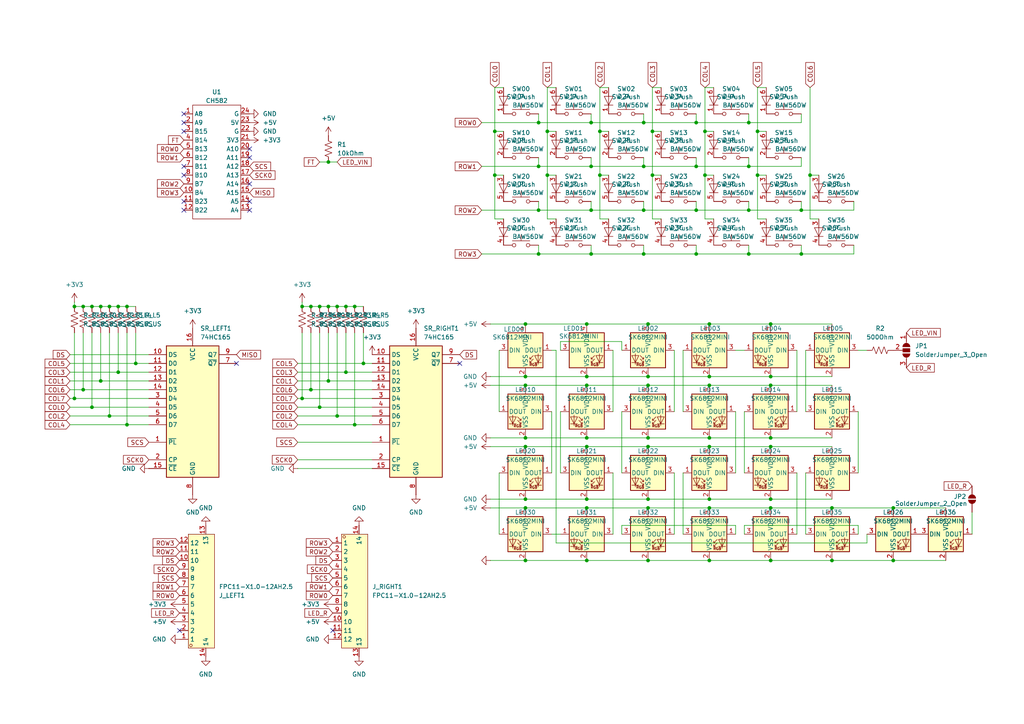
<source format=kicad_sch>
(kicad_sch (version 20231120) (generator "eeschema") (generator_version "8.0")
  (paper "A4")
  (junction (at 205.74 162.56))
  (junction (at 156.21 35.56))
  (junction (at 170.18 127))
  (junction (at 29.21 88.9))
  (junction (at 205.74 111.76))
  (junction (at 21.59 88.9))
  (junction (at 186.69 73.66))
  (junction (at 171.45 48.26))
  (junction (at 95.25 110.49))
  (junction (at 152.4 127))
  (junction (at 217.17 73.66))
  (junction (at 92.71 118.11))
  (junction (at 156.21 73.66))
  (junction (at 232.41 73.66))
  (junction (at 95.25 88.9))
  (junction (at 219.71 50.8))
  (junction (at 173.99 38.1))
  (junction (at 170.18 129.54))
  (junction (at 223.52 147.32))
  (junction (at 187.96 144.78))
  (junction (at 90.17 113.03))
  (junction (at 102.87 123.19))
  (junction (at 170.18 93.98))
  (junction (at 232.41 60.96))
  (junction (at 97.79 120.65))
  (junction (at 217.17 35.56))
  (junction (at 189.23 38.1))
  (junction (at 223.52 111.76))
  (junction (at 170.18 109.22))
  (junction (at 152.4 144.78))
  (junction (at 205.74 127))
  (junction (at 152.4 93.98))
  (junction (at 217.17 60.96))
  (junction (at 100.33 88.9))
  (junction (at 36.83 88.9))
  (junction (at 223.52 162.56))
  (junction (at 170.18 144.78))
  (junction (at 152.4 147.32))
  (junction (at 39.37 105.41))
  (junction (at 152.4 162.56))
  (junction (at 241.3 147.32))
  (junction (at 26.67 118.11))
  (junction (at 201.93 73.66))
  (junction (at 259.08 162.56))
  (junction (at 171.45 60.96))
  (junction (at 205.74 109.22))
  (junction (at 187.96 147.32))
  (junction (at 173.99 50.8))
  (junction (at 31.75 88.9))
  (junction (at 171.45 35.56))
  (junction (at 205.74 129.54))
  (junction (at 143.51 38.1))
  (junction (at 34.29 88.9))
  (junction (at 241.3 162.56))
  (junction (at 87.63 88.9))
  (junction (at 204.47 38.1))
  (junction (at 152.4 111.76))
  (junction (at 21.59 115.57))
  (junction (at 186.69 48.26))
  (junction (at 217.17 48.26))
  (junction (at 201.93 60.96))
  (junction (at 187.96 93.98))
  (junction (at 90.17 88.9))
  (junction (at 26.67 88.9))
  (junction (at 205.74 147.32))
  (junction (at 187.96 129.54))
  (junction (at 223.52 127))
  (junction (at 170.18 147.32))
  (junction (at 201.93 48.26))
  (junction (at 259.08 147.32))
  (junction (at 205.74 93.98))
  (junction (at 158.75 38.1))
  (junction (at 189.23 50.8))
  (junction (at 97.79 88.9))
  (junction (at 171.45 73.66))
  (junction (at 87.63 115.57))
  (junction (at 170.18 111.76))
  (junction (at 95.25 46.99))
  (junction (at 223.52 144.78))
  (junction (at 29.21 110.49))
  (junction (at 223.52 129.54))
  (junction (at 92.71 88.9))
  (junction (at 105.41 105.41))
  (junction (at 204.47 50.8))
  (junction (at 36.83 123.19))
  (junction (at 24.13 113.03))
  (junction (at 102.87 88.9))
  (junction (at 186.69 60.96))
  (junction (at 223.52 109.22))
  (junction (at 201.93 35.56))
  (junction (at 187.96 109.22))
  (junction (at 152.4 109.22))
  (junction (at 31.75 120.65))
  (junction (at 158.75 50.8))
  (junction (at 100.33 107.95))
  (junction (at 234.95 50.8))
  (junction (at 223.52 93.98))
  (junction (at 219.71 38.1))
  (junction (at 205.74 144.78))
  (junction (at 156.21 60.96))
  (junction (at 186.69 35.56))
  (junction (at 143.51 50.8))
  (junction (at 187.96 127))
  (junction (at 152.4 129.54))
  (junction (at 187.96 111.76))
  (junction (at 187.96 162.56))
  (junction (at 34.29 107.95))
  (junction (at 170.18 162.56))
  (junction (at 156.21 48.26))
  (junction (at 24.13 88.9))
  (no_connect (at 72.39 58.42))
  (no_connect (at 53.34 38.1))
  (no_connect (at 53.34 60.96))
  (no_connect (at 53.34 33.02))
  (no_connect (at 72.39 60.96))
  (no_connect (at 72.39 53.34))
  (no_connect (at 53.34 58.42))
  (no_connect (at 52.07 182.88))
  (no_connect (at 53.34 50.8))
  (no_connect (at 72.39 45.72))
  (no_connect (at 133.35 105.41))
  (no_connect (at 68.58 105.41))
  (no_connect (at 53.34 48.26))
  (no_connect (at 72.39 43.18))
  (no_connect (at 96.52 182.88))
  (no_connect (at 53.34 35.56))
  (wire (pts (xy 205.74 162.56) (xy 223.52 162.56)))
  (wire (pts (xy 217.17 71.12) (xy 217.17 73.66)))
  (wire (pts (xy 171.45 73.66) (xy 186.69 73.66)))
  (wire (pts (xy 248.92 154.94) (xy 248.92 152.4)))
  (wire (pts (xy 31.75 120.65) (xy 43.18 120.65)))
  (wire (pts (xy 231.14 101.6) (xy 231.14 119.38)))
  (wire (pts (xy 217.17 60.96) (xy 232.41 60.96)))
  (wire (pts (xy 162.56 119.38) (xy 162.56 137.16)))
  (wire (pts (xy 158.75 50.8) (xy 158.75 38.1)))
  (wire (pts (xy 20.32 102.87) (xy 43.18 102.87)))
  (wire (pts (xy 105.41 105.41) (xy 86.36 105.41)))
  (wire (pts (xy 144.78 137.16) (xy 144.78 154.94)))
  (wire (pts (xy 201.93 58.42) (xy 201.93 60.96)))
  (wire (pts (xy 107.95 118.11) (xy 92.71 118.11)))
  (wire (pts (xy 152.4 147.32) (xy 170.18 147.32)))
  (wire (pts (xy 139.7 48.26) (xy 156.21 48.26)))
  (wire (pts (xy 21.59 88.9) (xy 21.59 87.63)))
  (wire (pts (xy 204.47 50.8) (xy 204.47 63.5)))
  (wire (pts (xy 100.33 96.52) (xy 100.33 107.95)))
  (wire (pts (xy 180.34 99.06) (xy 180.34 101.6)))
  (wire (pts (xy 171.45 33.02) (xy 171.45 35.56)))
  (wire (pts (xy 187.96 144.78) (xy 205.74 144.78)))
  (wire (pts (xy 146.05 50.8) (xy 143.51 50.8)))
  (wire (pts (xy 205.74 147.32) (xy 223.52 147.32)))
  (wire (pts (xy 173.99 38.1) (xy 173.99 25.4)))
  (wire (pts (xy 158.75 25.4) (xy 161.29 25.4)))
  (wire (pts (xy 152.4 129.54) (xy 170.18 129.54)))
  (wire (pts (xy 186.69 58.42) (xy 186.69 60.96)))
  (wire (pts (xy 21.59 96.52) (xy 21.59 115.57)))
  (wire (pts (xy 223.52 93.98) (xy 241.3 93.98)))
  (wire (pts (xy 160.02 119.38) (xy 160.02 137.16)))
  (wire (pts (xy 90.17 113.03) (xy 86.36 113.03)))
  (wire (pts (xy 281.94 148.59) (xy 281.94 154.94)))
  (wire (pts (xy 222.25 38.1) (xy 219.71 38.1)))
  (wire (pts (xy 205.74 111.76) (xy 223.52 111.76)))
  (wire (pts (xy 171.45 45.72) (xy 171.45 48.26)))
  (wire (pts (xy 97.79 88.9) (xy 95.25 88.9)))
  (wire (pts (xy 152.4 162.56) (xy 170.18 162.56)))
  (wire (pts (xy 198.12 101.6) (xy 198.12 119.38)))
  (wire (pts (xy 87.63 88.9) (xy 87.63 87.63)))
  (wire (pts (xy 177.8 137.16) (xy 177.8 154.94)))
  (wire (pts (xy 201.93 73.66) (xy 217.17 73.66)))
  (wire (pts (xy 143.51 50.8) (xy 143.51 38.1)))
  (wire (pts (xy 189.23 50.8) (xy 189.23 38.1)))
  (wire (pts (xy 107.95 110.49) (xy 95.25 110.49)))
  (wire (pts (xy 186.69 71.12) (xy 186.69 73.66)))
  (wire (pts (xy 191.77 63.5) (xy 189.23 63.5)))
  (wire (pts (xy 39.37 105.41) (xy 43.18 105.41)))
  (wire (pts (xy 186.69 33.02) (xy 186.69 35.56)))
  (wire (pts (xy 191.77 50.8) (xy 189.23 50.8)))
  (wire (pts (xy 222.25 50.8) (xy 219.71 50.8)))
  (wire (pts (xy 20.32 120.65) (xy 31.75 120.65)))
  (wire (pts (xy 36.83 123.19) (xy 43.18 123.19)))
  (wire (pts (xy 170.18 129.54) (xy 187.96 129.54)))
  (wire (pts (xy 107.95 105.41) (xy 105.41 105.41)))
  (wire (pts (xy 92.71 118.11) (xy 86.36 118.11)))
  (wire (pts (xy 222.25 63.5) (xy 219.71 63.5)))
  (wire (pts (xy 232.41 73.66) (xy 247.65 73.66)))
  (wire (pts (xy 158.75 50.8) (xy 158.75 63.5)))
  (wire (pts (xy 142.24 147.32) (xy 152.4 147.32)))
  (wire (pts (xy 189.23 50.8) (xy 189.23 63.5)))
  (wire (pts (xy 187.96 111.76) (xy 205.74 111.76)))
  (wire (pts (xy 171.45 35.56) (xy 186.69 35.56)))
  (wire (pts (xy 232.41 48.26) (xy 217.17 48.26)))
  (wire (pts (xy 187.96 129.54) (xy 205.74 129.54)))
  (wire (pts (xy 215.9 152.4) (xy 215.9 154.94)))
  (wire (pts (xy 213.36 101.6) (xy 215.9 101.6)))
  (wire (pts (xy 29.21 96.52) (xy 29.21 110.49)))
  (wire (pts (xy 102.87 88.9) (xy 105.41 88.9)))
  (wire (pts (xy 107.95 135.89) (xy 86.36 135.89)))
  (wire (pts (xy 195.58 101.6) (xy 195.58 119.38)))
  (wire (pts (xy 219.71 38.1) (xy 219.71 25.4)))
  (wire (pts (xy 170.18 127) (xy 187.96 127)))
  (wire (pts (xy 233.68 137.16) (xy 233.68 154.94)))
  (wire (pts (xy 241.3 147.32) (xy 259.08 147.32)))
  (wire (pts (xy 34.29 107.95) (xy 43.18 107.95)))
  (wire (pts (xy 215.9 119.38) (xy 215.9 137.16)))
  (wire (pts (xy 170.18 147.32) (xy 187.96 147.32)))
  (wire (pts (xy 198.12 137.16) (xy 198.12 154.94)))
  (wire (pts (xy 20.32 115.57) (xy 21.59 115.57)))
  (wire (pts (xy 156.21 33.02) (xy 156.21 35.56)))
  (wire (pts (xy 102.87 88.9) (xy 100.33 88.9)))
  (wire (pts (xy 232.41 33.02) (xy 232.41 35.56)))
  (wire (pts (xy 205.74 93.98) (xy 223.52 93.98)))
  (wire (pts (xy 213.36 154.94) (xy 213.36 152.4)))
  (wire (pts (xy 223.52 144.78) (xy 241.3 144.78)))
  (wire (pts (xy 248.92 152.4) (xy 215.9 152.4)))
  (wire (pts (xy 201.93 48.26) (xy 186.69 48.26)))
  (wire (pts (xy 161.29 38.1) (xy 158.75 38.1)))
  (wire (pts (xy 26.67 96.52) (xy 26.67 118.11)))
  (wire (pts (xy 156.21 60.96) (xy 171.45 60.96)))
  (wire (pts (xy 173.99 50.8) (xy 173.99 63.5)))
  (wire (pts (xy 217.17 33.02) (xy 217.17 35.56)))
  (wire (pts (xy 156.21 58.42) (xy 156.21 60.96)))
  (wire (pts (xy 20.32 118.11) (xy 26.67 118.11)))
  (wire (pts (xy 142.24 162.56) (xy 152.4 162.56)))
  (wire (pts (xy 95.25 96.52) (xy 95.25 110.49)))
  (wire (pts (xy 97.79 120.65) (xy 86.36 120.65)))
  (wire (pts (xy 20.32 123.19) (xy 36.83 123.19)))
  (wire (pts (xy 204.47 50.8) (xy 204.47 38.1)))
  (wire (pts (xy 207.01 38.1) (xy 204.47 38.1)))
  (wire (pts (xy 95.25 110.49) (xy 86.36 110.49)))
  (wire (pts (xy 217.17 35.56) (xy 232.41 35.56)))
  (wire (pts (xy 87.63 96.52) (xy 87.63 115.57)))
  (wire (pts (xy 187.96 109.22) (xy 205.74 109.22)))
  (wire (pts (xy 180.34 152.4) (xy 180.34 154.94)))
  (wire (pts (xy 191.77 38.1) (xy 189.23 38.1)))
  (wire (pts (xy 90.17 88.9) (xy 87.63 88.9)))
  (wire (pts (xy 20.32 113.03) (xy 24.13 113.03)))
  (wire (pts (xy 92.71 88.9) (xy 90.17 88.9)))
  (wire (pts (xy 142.24 93.98) (xy 152.4 93.98)))
  (wire (pts (xy 201.93 35.56) (xy 217.17 35.56)))
  (wire (pts (xy 24.13 88.9) (xy 21.59 88.9)))
  (wire (pts (xy 152.4 111.76) (xy 170.18 111.76)))
  (wire (pts (xy 217.17 48.26) (xy 201.93 48.26)))
  (wire (pts (xy 34.29 96.52) (xy 34.29 107.95)))
  (wire (pts (xy 213.36 152.4) (xy 180.34 152.4)))
  (wire (pts (xy 205.74 129.54) (xy 223.52 129.54)))
  (wire (pts (xy 95.25 88.9) (xy 92.71 88.9)))
  (wire (pts (xy 156.21 48.26) (xy 156.21 45.72)))
  (wire (pts (xy 223.52 109.22) (xy 241.3 109.22)))
  (wire (pts (xy 186.69 35.56) (xy 201.93 35.56)))
  (wire (pts (xy 107.95 115.57) (xy 87.63 115.57)))
  (wire (pts (xy 247.65 71.12) (xy 247.65 73.66)))
  (wire (pts (xy 171.45 71.12) (xy 171.45 73.66)))
  (wire (pts (xy 161.29 50.8) (xy 158.75 50.8)))
  (wire (pts (xy 170.18 109.22) (xy 187.96 109.22)))
  (wire (pts (xy 156.21 73.66) (xy 171.45 73.66)))
  (wire (pts (xy 223.52 129.54) (xy 241.3 129.54)))
  (wire (pts (xy 204.47 25.4) (xy 207.01 25.4)))
  (wire (pts (xy 217.17 58.42) (xy 217.17 60.96)))
  (wire (pts (xy 107.95 113.03) (xy 90.17 113.03)))
  (wire (pts (xy 152.4 109.22) (xy 170.18 109.22)))
  (wire (pts (xy 95.25 46.99) (xy 97.79 46.99)))
  (wire (pts (xy 161.29 63.5) (xy 158.75 63.5)))
  (wire (pts (xy 171.45 60.96) (xy 186.69 60.96)))
  (wire (pts (xy 205.74 109.22) (xy 223.52 109.22)))
  (wire (pts (xy 247.65 58.42) (xy 247.65 60.96)))
  (wire (pts (xy 92.71 96.52) (xy 92.71 118.11)))
  (wire (pts (xy 36.83 96.52) (xy 36.83 123.19)))
  (wire (pts (xy 105.41 96.52) (xy 105.41 105.41)))
  (wire (pts (xy 207.01 63.5) (xy 204.47 63.5)))
  (wire (pts (xy 87.63 115.57) (xy 86.36 115.57)))
  (wire (pts (xy 204.47 38.1) (xy 204.47 25.4)))
  (wire (pts (xy 158.75 38.1) (xy 158.75 25.4)))
  (wire (pts (xy 146.05 38.1) (xy 143.51 38.1)))
  (wire (pts (xy 237.49 63.5) (xy 234.95 63.5)))
  (wire (pts (xy 201.93 71.12) (xy 201.93 73.66)))
  (wire (pts (xy 171.45 58.42) (xy 171.45 60.96)))
  (wire (pts (xy 170.18 144.78) (xy 187.96 144.78)))
  (wire (pts (xy 248.92 119.38) (xy 248.92 137.16)))
  (wire (pts (xy 176.53 38.1) (xy 173.99 38.1)))
  (wire (pts (xy 180.34 99.06) (xy 162.56 99.06)))
  (wire (pts (xy 187.96 127) (xy 205.74 127)))
  (wire (pts (xy 201.93 60.96) (xy 217.17 60.96)))
  (wire (pts (xy 107.95 120.65) (xy 97.79 120.65)))
  (wire (pts (xy 102.87 123.19) (xy 86.36 123.19)))
  (wire (pts (xy 223.52 127) (xy 241.3 127)))
  (wire (pts (xy 237.49 50.8) (xy 234.95 50.8)))
  (wire (pts (xy 146.05 63.5) (xy 143.51 63.5)))
  (wire (pts (xy 26.67 118.11) (xy 43.18 118.11)))
  (wire (pts (xy 100.33 88.9) (xy 97.79 88.9)))
  (wire (pts (xy 139.7 35.56) (xy 156.21 35.56)))
  (wire (pts (xy 156.21 71.12) (xy 156.21 73.66)))
  (wire (pts (xy 142.24 111.76) (xy 152.4 111.76)))
  (wire (pts (xy 234.95 50.8) (xy 234.95 63.5)))
  (wire (pts (xy 156.21 48.26) (xy 171.45 48.26)))
  (wire (pts (xy 152.4 93.98) (xy 170.18 93.98)))
  (wire (pts (xy 231.14 137.16) (xy 231.14 154.94)))
  (wire (pts (xy 170.18 111.76) (xy 187.96 111.76)))
  (wire (pts (xy 20.32 107.95) (xy 34.29 107.95)))
  (wire (pts (xy 31.75 96.52) (xy 31.75 120.65)))
  (wire (pts (xy 162.56 99.06) (xy 162.56 101.6)))
  (wire (pts (xy 39.37 96.52) (xy 39.37 105.41)))
  (wire (pts (xy 232.41 58.42) (xy 232.41 60.96)))
  (wire (pts (xy 173.99 25.4) (xy 176.53 25.4)))
  (wire (pts (xy 232.41 48.26) (xy 232.41 45.72)))
  (wire (pts (xy 223.52 162.56) (xy 241.3 162.56)))
  (wire (pts (xy 142.24 127) (xy 152.4 127)))
  (wire (pts (xy 233.68 101.6) (xy 233.68 119.38)))
  (wire (pts (xy 186.69 48.26) (xy 171.45 48.26)))
  (wire (pts (xy 170.18 93.98) (xy 187.96 93.98)))
  (wire (pts (xy 177.8 101.6) (xy 177.8 119.38)))
  (wire (pts (xy 219.71 50.8) (xy 219.71 38.1)))
  (wire (pts (xy 107.95 123.19) (xy 102.87 123.19)))
  (wire (pts (xy 139.7 73.66) (xy 156.21 73.66)))
  (wire (pts (xy 142.24 144.78) (xy 152.4 144.78)))
  (wire (pts (xy 143.51 50.8) (xy 143.51 63.5)))
  (wire (pts (xy 24.13 96.52) (xy 24.13 113.03)))
  (wire (pts (xy 232.41 71.12) (xy 232.41 73.66)))
  (wire (pts (xy 241.3 162.56) (xy 259.08 162.56)))
  (wire (pts (xy 29.21 110.49) (xy 43.18 110.49)))
  (wire (pts (xy 161.29 101.6) (xy 161.29 157.48)))
  (wire (pts (xy 143.51 38.1) (xy 143.51 25.4)))
  (wire (pts (xy 248.92 101.6) (xy 251.46 101.6)))
  (wire (pts (xy 102.87 96.52) (xy 102.87 123.19)))
  (wire (pts (xy 142.24 109.22) (xy 152.4 109.22)))
  (wire (pts (xy 26.67 88.9) (xy 24.13 88.9)))
  (wire (pts (xy 152.4 144.78) (xy 170.18 144.78)))
  (wire (pts (xy 223.52 111.76) (xy 241.3 111.76)))
  (wire (pts (xy 219.71 25.4) (xy 222.25 25.4)))
  (wire (pts (xy 97.79 96.52) (xy 97.79 120.65)))
  (wire (pts (xy 186.69 73.66) (xy 201.93 73.66)))
  (wire (pts (xy 189.23 25.4) (xy 191.77 25.4)))
  (wire (pts (xy 234.95 50.8) (xy 234.95 25.4)))
  (wire (pts (xy 156.21 35.56) (xy 171.45 35.56)))
  (wire (pts (xy 144.78 101.6) (xy 144.78 119.38)))
  (wire (pts (xy 201.93 48.26) (xy 201.93 45.72)))
  (wire (pts (xy 251.46 154.94) (xy 251.46 157.48)))
  (wire (pts (xy 205.74 144.78) (xy 223.52 144.78)))
  (wire (pts (xy 259.08 147.32) (xy 274.32 147.32)))
  (wire (pts (xy 21.59 115.57) (xy 43.18 115.57)))
  (wire (pts (xy 186.69 60.96) (xy 201.93 60.96)))
  (wire (pts (xy 36.83 88.9) (xy 34.29 88.9)))
  (wire (pts (xy 189.23 38.1) (xy 189.23 25.4)))
  (wire (pts (xy 195.58 137.16) (xy 195.58 154.94)))
  (wire (pts (xy 173.99 50.8) (xy 173.99 38.1)))
  (wire (pts (xy 180.34 119.38) (xy 180.34 137.16)))
  (wire (pts (xy 213.36 119.38) (xy 213.36 137.16)))
  (wire (pts (xy 34.29 88.9) (xy 31.75 88.9)))
  (wire (pts (xy 176.53 63.5) (xy 173.99 63.5)))
  (wire (pts (xy 20.32 110.49) (xy 29.21 110.49)))
  (wire (pts (xy 143.51 25.4) (xy 146.05 25.4)))
  (wire (pts (xy 160.02 101.6) (xy 161.29 101.6)))
  (wire (pts (xy 90.17 96.52) (xy 90.17 113.03)))
  (wire (pts (xy 207.01 50.8) (xy 204.47 50.8)))
  (wire (pts (xy 29.21 88.9) (xy 26.67 88.9)))
  (wire (pts (xy 170.18 162.56) (xy 187.96 162.56)))
  (wire (pts (xy 176.53 50.8) (xy 173.99 50.8)))
  (wire (pts (xy 107.95 133.35) (xy 86.36 133.35)))
  (wire (pts (xy 24.13 113.03) (xy 43.18 113.03)))
  (wire (pts (xy 142.24 129.54) (xy 152.4 129.54)))
  (wire (pts (xy 160.02 154.94) (xy 162.56 154.94)))
  (wire (pts (xy 20.32 105.41) (xy 39.37 105.41)))
  (wire (pts (xy 187.96 147.32) (xy 205.74 147.32)))
  (wire (pts (xy 152.4 127) (xy 170.18 127)))
  (wire (pts (xy 139.7 60.96) (xy 156.21 60.96)))
  (wire (pts (xy 217.17 73.66) (xy 232.41 73.66)))
  (wire (pts (xy 187.96 93.98) (xy 205.74 93.98)))
  (wire (pts (xy 92.71 46.99) (xy 95.25 46.99)))
  (wire (pts (xy 219.71 50.8) (xy 219.71 63.5)))
  (wire (pts (xy 205.74 127) (xy 223.52 127)))
  (wire (pts (xy 31.75 88.9) (xy 29.21 88.9)))
  (wire (pts (xy 186.69 48.26) (xy 186.69 45.72)))
  (wire (pts (xy 259.08 162.56) (xy 274.32 162.56)))
  (wire (pts (xy 232.41 60.96) (xy 247.65 60.96)))
  (wire (pts (xy 223.52 147.32) (xy 241.3 147.32)))
  (wire (pts (xy 39.37 88.9) (xy 36.83 88.9)))
  (wire (pts (xy 187.96 162.56) (xy 205.74 162.56)))
  (wire (pts (xy 161.29 157.48) (xy 251.46 157.48)))
  (wire (pts (xy 107.95 128.27) (xy 86.36 128.27)))
  (wire (pts (xy 217.17 48.26) (xy 217.17 45.72)))
  (wire (pts (xy 201.93 33.02) (xy 201.93 35.56)))
  (wire (pts (xy 107.95 107.95) (xy 100.33 107.95)))
  (wire (pts (xy 100.33 107.95) (xy 86.36 107.95)))
  (global_label "SCK0" (shape input) (at 86.36 133.35 180) (property "Intersheetrefs" "${INTERSHEET_REFS}" (effects (hide yes))))
  (global_label "LED_R" (shape input) (at 262.89 106.68 0) (property "Intersheetrefs" "${INTERSHEET_REFS}" (effects (hide yes))))
  (global_label "COL3" (shape input) (at 86.36 107.95 180) (property "Intersheetrefs" "${INTERSHEET_REFS}" (effects (hide yes))))
  (global_label "ROW1" (shape input) (at 139.7 48.26 180) (property "Intersheetrefs" "${INTERSHEET_REFS}" (effects (hide yes))))
  (global_label "COL1" (shape input) (at 86.36 110.49 180) (property "Intersheetrefs" "${INTERSHEET_REFS}" (effects (hide yes))))
  (global_label "ROW1" (shape input) (at 52.07 170.18 180) (property "Intersheetrefs" "${INTERSHEET_REFS}" (effects (hide yes))))
  (global_label "FT" (shape input) (at 53.34 40.64 180) (property "Intersheetrefs" "${INTERSHEET_REFS}" (effects (hide yes))))
  (global_label "ROW2" (shape input) (at 96.52 160.02 180) (property "Intersheetrefs" "${INTERSHEET_REFS}" (effects (hide yes))))
  (global_label "COL7" (shape input) (at 20.32 115.57 180) (property "Intersheetrefs" "${INTERSHEET_REFS}" (effects (hide yes))))
  (global_label "ROW3" (shape input) (at 96.52 157.48 180) (property "Intersheetrefs" "${INTERSHEET_REFS}" (effects (hide yes))))
  (global_label "COL3" (shape input) (at 189.23 25.4 90) (property "Intersheetrefs" "${INTERSHEET_REFS}" (effects (hide yes))))
  (global_label "COL7" (shape input) (at 86.36 115.57 180) (property "Intersheetrefs" "${INTERSHEET_REFS}" (effects (hide yes))))
  (global_label "COL4" (shape input) (at 86.36 123.19 180) (property "Intersheetrefs" "${INTERSHEET_REFS}" (effects (hide yes))))
  (global_label "ROW0" (shape input) (at 53.34 43.18 180) (property "Intersheetrefs" "${INTERSHEET_REFS}" (effects (hide yes))))
  (global_label "ROW2" (shape input) (at 52.07 160.02 180) (property "Intersheetrefs" "${INTERSHEET_REFS}" (effects (hide yes))))
  (global_label "SCK0" (shape input) (at 96.52 165.1 180) (property "Intersheetrefs" "${INTERSHEET_REFS}" (effects (hide yes))))
  (global_label "COL1" (shape input) (at 20.32 110.49 180) (property "Intersheetrefs" "${INTERSHEET_REFS}" (effects (hide yes))))
  (global_label "COL6" (shape input) (at 20.32 113.03 180) (property "Intersheetrefs" "${INTERSHEET_REFS}" (effects (hide yes))))
  (global_label "COL5" (shape input) (at 20.32 105.41 180) (property "Intersheetrefs" "${INTERSHEET_REFS}" (effects (hide yes))))
  (global_label "COL0" (shape input) (at 86.36 118.11 180) (property "Intersheetrefs" "${INTERSHEET_REFS}" (effects (hide yes))))
  (global_label "SCK0" (shape input) (at 52.07 165.1 180) (property "Intersheetrefs" "${INTERSHEET_REFS}" (effects (hide yes))))
  (global_label "ROW2" (shape input) (at 139.7 60.96 180) (property "Intersheetrefs" "${INTERSHEET_REFS}" (effects (hide yes))))
  (global_label "DS" (shape input) (at 133.35 102.87 0) (property "Intersheetrefs" "${INTERSHEET_REFS}" (effects (hide yes))))
  (global_label "COL4" (shape input) (at 204.47 25.4 90) (property "Intersheetrefs" "${INTERSHEET_REFS}" (effects (hide yes))))
  (global_label "ROW3" (shape input) (at 139.7 73.66 180) (property "Intersheetrefs" "${INTERSHEET_REFS}" (effects (hide yes))))
  (global_label "SCK0" (shape input) (at 72.39 50.8 0) (property "Intersheetrefs" "${INTERSHEET_REFS}" (effects (hide yes))))
  (global_label "DS" (shape input) (at 52.07 162.56 180) (property "Intersheetrefs" "${INTERSHEET_REFS}" (effects (hide yes))))
  (global_label "COL1" (shape input) (at 158.75 25.4 90) (property "Intersheetrefs" "${INTERSHEET_REFS}" (effects (hide yes))))
  (global_label "LED_R" (shape input) (at 52.07 177.8 180) (property "Intersheetrefs" "${INTERSHEET_REFS}" (effects (hide yes))))
  (global_label "ROW0" (shape input) (at 52.07 172.72 180) (property "Intersheetrefs" "${INTERSHEET_REFS}" (effects (hide yes))))
  (global_label "MISO" (shape input) (at 72.39 55.88 0) (property "Intersheetrefs" "${INTERSHEET_REFS}" (effects (hide yes))))
  (global_label "COL2" (shape input) (at 20.32 120.65 180) (property "Intersheetrefs" "${INTERSHEET_REFS}" (effects (hide yes))))
  (global_label "SCS" (shape input) (at 96.52 167.64 180) (property "Intersheetrefs" "${INTERSHEET_REFS}" (effects (hide yes))))
  (global_label "LED_R" (shape input) (at 96.52 177.8 180) (property "Intersheetrefs" "${INTERSHEET_REFS}" (effects (hide yes))))
  (global_label "ROW2" (shape input) (at 53.34 53.34 180) (property "Intersheetrefs" "${INTERSHEET_REFS}" (effects (hide yes))))
  (global_label "COL2" (shape input) (at 173.99 25.4 90) (property "Intersheetrefs" "${INTERSHEET_REFS}" (effects (hide yes))))
  (global_label "COL6" (shape input) (at 86.36 113.03 180) (property "Intersheetrefs" "${INTERSHEET_REFS}" (effects (hide yes))))
  (global_label "COL0" (shape input) (at 20.32 118.11 180) (property "Intersheetrefs" "${INTERSHEET_REFS}" (effects (hide yes))))
  (global_label "LED_VIN" (shape input) (at 262.89 96.52 0) (property "Intersheetrefs" "${INTERSHEET_REFS}" (effects (hide yes))))
  (global_label "ROW3" (shape input) (at 52.07 157.48 180) (property "Intersheetrefs" "${INTERSHEET_REFS}" (effects (hide yes))))
  (global_label "COL0" (shape input) (at 143.51 25.4 90) (property "Intersheetrefs" "${INTERSHEET_REFS}" (effects (hide yes))))
  (global_label "COL4" (shape input) (at 20.32 123.19 180) (property "Intersheetrefs" "${INTERSHEET_REFS}" (effects (hide yes))))
  (global_label "COL2" (shape input) (at 86.36 120.65 180) (property "Intersheetrefs" "${INTERSHEET_REFS}" (effects (hide yes))))
  (global_label "ROW0" (shape input) (at 139.7 35.56 180) (property "Intersheetrefs" "${INTERSHEET_REFS}" (effects (hide yes))))
  (global_label "ROW3" (shape input) (at 53.34 55.88 180) (property "Intersheetrefs" "${INTERSHEET_REFS}" (effects (hide yes))))
  (global_label "COL5" (shape input) (at 219.71 25.4 90) (property "Intersheetrefs" "${INTERSHEET_REFS}" (effects (hide yes))))
  (global_label "ROW1" (shape input) (at 96.52 170.18 180) (property "Intersheetrefs" "${INTERSHEET_REFS}" (effects (hide yes))))
  (global_label "COL3" (shape input) (at 20.32 107.95 180) (property "Intersheetrefs" "${INTERSHEET_REFS}" (effects (hide yes))))
  (global_label "ROW1" (shape input) (at 53.34 45.72 180) (property "Intersheetrefs" "${INTERSHEET_REFS}" (effects (hide yes))))
  (global_label "FT" (shape input) (at 92.71 46.99 180) (property "Intersheetrefs" "${INTERSHEET_REFS}" (effects (hide yes))))
  (global_label "LED_VIN" (shape input) (at 97.79 46.99 0) (property "Intersheetrefs" "${INTERSHEET_REFS}" (effects (hide yes))))
  (global_label "DS" (shape input) (at 20.32 102.87 180) (property "Intersheetrefs" "${INTERSHEET_REFS}" (effects (hide yes))))
  (global_label "DS" (shape input) (at 96.52 162.56 180) (property "Intersheetrefs" "${INTERSHEET_REFS}" (effects (hide yes))))
  (global_label "SCK0" (shape input) (at 43.18 133.35 180) (property "Intersheetrefs" "${INTERSHEET_REFS}" (effects (hide yes))))
  (global_label "SCS" (shape input) (at 72.39 48.26 0) (property "Intersheetrefs" "${INTERSHEET_REFS}" (effects (hide yes))))
  (global_label "SCS" (shape input) (at 43.18 128.27 180) (property "Intersheetrefs" "${INTERSHEET_REFS}" (effects (hide yes))))
  (global_label "COL5" (shape input) (at 86.36 105.41 180) (property "Intersheetrefs" "${INTERSHEET_REFS}" (effects (hide yes))))
  (global_label "SCS" (shape input) (at 52.07 167.64 180) (property "Intersheetrefs" "${INTERSHEET_REFS}" (effects (hide yes))))
  (global_label "LED_R" (shape input) (at 281.94 140.97 180) (property "Intersheetrefs" "${INTERSHEET_REFS}" (effects (hide yes))))
  (global_label "COL6" (shape input) (at 234.95 25.4 90) (property "Intersheetrefs" "${INTERSHEET_REFS}" (effects (hide yes))))
  (global_label "MISO" (shape input) (at 68.58 102.87 0) (property "Intersheetrefs" "${INTERSHEET_REFS}" (effects (hide yes))))
  (global_label "SCS" (shape input) (at 86.36 128.27 180) (property "Intersheetrefs" "${INTERSHEET_REFS}" (effects (hide yes))))
  (global_label "ROW0" (shape input) (at 96.52 172.72 180) (property "Intersheetrefs" "${INTERSHEET_REFS}" (effects (hide yes))))
  (symbol (lib_id "LED:SK6812MINI") (at 223.52 154.94 0) (unit 1)
    (property "Reference" "LED34" (at 223.52 148.59 0))
    (property "Value" "SK6812MINI" (at 223.52 151.13 0))
    (property "Footprint" "reversible_kbd:LED_SK6812MINI_E_REVERSIBLE" (effects (hide yes)))
    (property "Datasheet" "https://cdn-shop.adafruit.com/product-files/2686/SK6812MINI_REV.01-1-2.pdf" (effects (hide yes)))
    (property "Description" "RGB LED with integrated controller" (effects (hide yes)))
  )
  (symbol (lib_id "power:+3V3") (at 55.88 95.25 0) (unit 1)
    (property "Reference" "#PWR06" (effects (hide yes)))
    (property "Value" "+3V3" (at 55.88 90.17 0))
    (property "Description" "Power symbol creates a global label with name \"+3V3\"" (effects (hide yes)))
  )
  (symbol (lib_id "LED:SK6812MINI") (at 187.96 137.16 0) (mirror y) (unit 1)
    (property "Reference" "LED22" (at 187.96 130.81 0))
    (property "Value" "SK6812MINI" (at 187.96 133.35 0))
    (property "Footprint" "reversible_kbd:LED_SK6812MINI_E_REVERSIBLE" (effects (hide yes)))
    (property "Datasheet" "https://cdn-shop.adafruit.com/product-files/2686/SK6812MINI_REV.01-1-2.pdf" (effects (hide yes)))
    (property "Description" "RGB LED with integrated controller" (effects (hide yes)))
  )
  (symbol (lib_id "Diode:BAW56DW") (at 161.29 41.91 90) (unit 2)
    (property "Reference" "D1" (at 163.83 40.678 90) (effects (justify right)))
    (property "Value" "BAW56DW" (at 163.83 43.218 90) (effects (justify right)))
    (property "Footprint" "reversible_kbd:BAW70DW_reversible" (effects (hide yes)))
    (property "Datasheet" "http://www.diodes.com/datasheets/ds30146.pdf" (effects (hide yes)))
    (property "Description" "Switching diode array 2 pair Com A" (effects (hide yes)))
  )
  (symbol (lib_id "power:+3V3") (at 21.59 87.63 0) (unit 1)
    (property "Reference" "#PWR04" (effects (hide yes)))
    (property "Value" "+3V3" (at 21.59 82.55 0))
    (property "Description" "Power symbol creates a global label with name \"+3V3\"" (effects (hide yes)))
  )
  (symbol (lib_id "power:GND") (at 86.36 135.89 270) (unit 1)
    (property "Reference" "#PWR016" (effects (hide yes)))
    (property "Value" "GND" (at 82.55 135.8899 90) (effects (justify right)))
    (property "Description" "Power symbol creates a global label with name \"GND\" , ground" (effects (hide yes)))
  )
  (symbol (lib_id "Diode:BAW56DW") (at 176.53 67.31 90) (unit 3)
    (property "Reference" "D2" (at 179.07 66.078 90) (effects (justify right)))
    (property "Value" "BAW56DW" (at 179.07 68.618 90) (effects (justify right)))
    (property "Footprint" "reversible_kbd:BAW70DW_reversible" (effects (hide yes)))
    (property "Datasheet" "http://www.diodes.com/datasheets/ds30146.pdf" (effects (hide yes)))
    (property "Description" "Switching diode array 2 pair Com A" (effects (hide yes)))
  )
  (symbol (lib_id "Device:R_US") (at 39.37 92.71 0) (unit 1)
    (property "Reference" "R_L5" (at 41.91 91.4399 0) (effects (justify left)))
    (property "Value" "R_US" (at 41.91 93.9799 0) (effects (justify left)))
    (property "Footprint" "Resistor_SMD:R_0805_2012Metric_Pad1.20x1.40mm_HandSolder" (effects (hide yes)))
    (property "Description" "Resistor, US symbol" (effects (hide yes)))
  )
  (symbol (lib_id "power:+3V3") (at 107.95 102.87 0) (unit 1)
    (property "Reference" "#PWR22" (effects (hide yes)))
    (property "Value" "+3V3" (at 107.95 97.79 0))
    (property "Description" "Power symbol creates a global label with name \"+3V3\"" (effects (hide yes)))
  )
  (symbol (lib_id "Device:R_US") (at 95.25 92.71 0) (unit 1)
    (property "Reference" "R_R1" (at 97.79 91.4399 0) (effects (justify left)))
    (property "Value" "R_US" (at 97.79 93.9799 0) (effects (justify left)))
    (property "Footprint" "Resistor_SMD:R_0805_2012Metric_Pad1.20x1.40mm_HandSolder" (effects (hide yes)))
    (property "Description" "Resistor, US symbol" (effects (hide yes)))
  )
  (symbol (lib_id "Diode:BAW56DW") (at 161.29 67.31 90) (unit 3)
    (property "Reference" "D1" (at 163.83 66.078 90) (effects (justify right)))
    (property "Value" "BAW56DW" (at 163.83 68.618 90) (effects (justify right)))
    (property "Footprint" "reversible_kbd:BAW70DW_reversible" (effects (hide yes)))
    (property "Datasheet" "http://www.diodes.com/datasheets/ds30146.pdf" (effects (hide yes)))
    (property "Description" "Switching diode array 2 pair Com A" (effects (hide yes)))
  )
  (symbol (lib_id "Device:R_US") (at 21.59 92.71 0) (unit 1)
    (property "Reference" "R_L7" (at 24.13 91.4399 0) (effects (justify left)))
    (property "Value" "R_US" (at 24.13 93.9799 0) (effects (justify left)))
    (property "Footprint" "Resistor_SMD:R_0805_2012Metric_Pad1.20x1.40mm_HandSolder" (effects (hide yes)))
    (property "Description" "Resistor, US symbol" (effects (hide yes)))
  )
  (symbol (lib_id "LED:SK6812MINI") (at 170.18 119.38 0) (mirror y) (unit 1)
    (property "Reference" "LED11" (at 170.18 113.03 0))
    (property "Value" "SK6812MINI" (at 170.18 115.57 0))
    (property "Footprint" "reversible_kbd:LED_SK6812MINI_E_REVERSIBLE" (effects (hide yes)))
    (property "Datasheet" "https://cdn-shop.adafruit.com/product-files/2686/SK6812MINI_REV.01-1-2.pdf" (effects (hide yes)))
    (property "Description" "RGB LED with integrated controller" (effects (hide yes)))
  )
  (symbol (lib_id "Device:R_US") (at 31.75 92.71 0) (unit 1)
    (property "Reference" "R_L2" (at 34.29 91.4399 0) (effects (justify left)))
    (property "Value" "R_US" (at 34.29 93.9799 0) (effects (justify left)))
    (property "Footprint" "Resistor_SMD:R_0805_2012Metric_Pad1.20x1.40mm_HandSolder" (effects (hide yes)))
    (property "Description" "Resistor, US symbol" (effects (hide yes)))
  )
  (symbol (lib_id "Switch:SW_Push") (at 212.09 45.72 0) (unit 1)
    (property "Reference" "SW14" (at 212.09 38.481 0))
    (property "Value" "SW_Push" (at 212.09 40.7924 0))
    (property "Footprint" "keyswitches:Kailh_socket_PG1350_reversible" (effects (hide yes)))
  )
  (symbol (lib_id "Device:R_US") (at 102.87 92.71 0) (unit 1)
    (property "Reference" "R_R4" (at 105.41 91.4399 0) (effects (justify left)))
    (property "Value" "R_US" (at 105.41 93.9799 0) (effects (justify left)))
    (property "Footprint" "Resistor_SMD:R_0805_2012Metric_Pad1.20x1.40mm_HandSolder" (effects (hide yes)))
    (property "Description" "Resistor, US symbol" (effects (hide yes)))
  )
  (symbol (lib_id "Device:R_US") (at 92.71 92.71 0) (unit 1)
    (property "Reference" "R_R0" (at 95.25 91.4399 0) (effects (justify left)))
    (property "Value" "R_US" (at 95.25 93.9799 0) (effects (justify left)))
    (property "Footprint" "Resistor_SMD:R_0805_2012Metric_Pad1.20x1.40mm_HandSolder" (effects (hide yes)))
    (property "Description" "Resistor, US symbol" (effects (hide yes)))
  )
  (symbol (lib_id "Switch:SW_Push") (at 166.37 71.12 0) (unit 1)
    (property "Reference" "SW31" (at 166.37 63.881 0))
    (property "Value" "SW_Push" (at 166.37 66.1924 0))
    (property "Footprint" "keyswitches:Kailh_socket_PG1350_reversible" (effects (hide yes)))
  )
  (symbol (lib_id "Switch:SW_Push") (at 196.85 71.12 0) (unit 1)
    (property "Reference" "SW33" (at 196.85 63.881 0))
    (property "Value" "SW_Push" (at 196.85 66.1924 0))
    (property "Footprint" "keyswitches:Kailh_socket_PG1350_reversible" (effects (hide yes)))
  )
  (symbol (lib_id "Diode:BAW56DW") (at 222.25 67.31 90) (unit 3)
    (property "Reference" "D5" (at 224.79 66.078 90) (effects (justify right)))
    (property "Value" "BAW56DW" (at 224.79 68.618 90) (effects (justify right)))
    (property "Footprint" "reversible_kbd:BAW70DW_reversible" (effects (hide yes)))
    (property "Datasheet" "http://www.diodes.com/datasheets/ds30146.pdf" (effects (hide yes)))
    (property "Description" "Switching diode array 2 pair Com A" (effects (hide yes)))
  )
  (symbol (lib_id "LED:SK6812MINI") (at 152.4 119.38 0) (mirror y) (unit 1)
    (property "Reference" "LED10" (at 152.4 113.03 0))
    (property "Value" "SK6812MINI" (at 152.4 115.57 0))
    (property "Footprint" "reversible_kbd:LED_SK6812MINI_E_REVERSIBLE" (effects (hide yes)))
    (property "Datasheet" "https://cdn-shop.adafruit.com/product-files/2686/SK6812MINI_REV.01-1-2.pdf" (effects (hide yes)))
    (property "Description" "RGB LED with integrated controller" (effects (hide yes)))
  )
  (symbol (lib_id "Switch:SW_Push") (at 151.13 58.42 0) (unit 1)
    (property "Reference" "SW20" (at 151.13 51.181 0))
    (property "Value" "SW_Push" (at 151.13 53.4924 0))
    (property "Footprint" "keyswitches:Kailh_socket_PG1350_reversible" (effects (hide yes)))
  )
  (symbol (lib_id "Switch:SW_Push") (at 227.33 71.12 0) (unit 1)
    (property "Reference" "SW35" (at 227.33 63.881 0))
    (property "Value" "SW_Push" (at 227.33 66.1924 0))
    (property "Footprint" "keyswitches:Kailh_socket_PG1350_reversible" (effects (hide yes)))
  )
  (symbol (lib_id "Switch:SW_Push") (at 227.33 33.02 0) (unit 1)
    (property "Reference" "SW05" (at 227.33 25.781 0))
    (property "Value" "SW_Push" (at 227.33 28.0924 0))
    (property "Footprint" "keyswitches:Kailh_socket_PG1350_reversible" (effects (hide yes)))
  )
  (symbol (lib_id "Switch:SW_Push") (at 227.33 58.42 0) (unit 1)
    (property "Reference" "SW25" (at 227.33 51.181 0))
    (property "Value" "SW_Push" (at 227.33 53.4924 0))
    (property "Footprint" "keyswitches:Kailh_socket_PG1350_reversible" (effects (hide yes)))
  )
  (symbol (lib_id "LED:SK6812MINI") (at 187.96 101.6 0) (mirror y) (unit 1)
    (property "Reference" "LED02" (at 187.96 95.25 0))
    (property "Value" "SK6812MINI" (at 187.96 97.79 0))
    (property "Footprint" "reversible_kbd:LED_SK6812MINI_E_REVERSIBLE" (effects (hide yes)))
    (property "Datasheet" "https://cdn-shop.adafruit.com/product-files/2686/SK6812MINI_REV.01-1-2.pdf" (effects (hide yes)))
    (property "Description" "RGB LED with integrated controller" (effects (hide yes)))
  )
  (symbol (lib_id "Diode:BAW56DW") (at 146.05 41.91 90) (unit 2)
    (property "Reference" "D0" (at 148.59 40.678 90) (effects (justify right)))
    (property "Value" "BAW56DW" (at 148.59 43.218 90) (effects (justify right)))
    (property "Footprint" "reversible_kbd:BAW70DW_reversible" (effects (hide yes)))
    (property "Datasheet" "http://www.diodes.com/datasheets/ds30146.pdf" (effects (hide yes)))
    (property "Description" "Switching diode array 2 pair Com A" (effects (hide yes)))
  )
  (symbol (lib_id "Switch:SW_Push") (at 151.13 71.12 0) (unit 1)
    (property "Reference" "SW30" (at 151.13 63.881 0))
    (property "Value" "SW_Push" (at 151.13 66.1924 0))
    (property "Footprint" "keyswitches:Kailh_socket_PG1350_reversible" (effects (hide yes)))
  )
  (symbol (lib_id "power:GND") (at 72.39 33.02 90) (unit 1)
    (property "Reference" "#PWR01" (effects (hide yes)))
    (property "Value" "GND" (at 76.2 33.0199 90) (effects (justify right)))
    (property "Description" "Power symbol creates a global label with name \"GND\" , ground" (effects (hide yes)))
  )
  (symbol (lib_id "LED:SK6812MINI") (at 205.74 101.6 0) (mirror y) (unit 1)
    (property "Reference" "LED03" (at 205.994 95.25 0))
    (property "Value" "SK6812MINI" (at 205.994 97.79 0))
    (property "Footprint" "reversible_kbd:LED_SK6812MINI_E_REVERSIBLE" (effects (hide yes)))
    (property "Datasheet" "https://cdn-shop.adafruit.com/product-files/2686/SK6812MINI_REV.01-1-2.pdf" (effects (hide yes)))
    (property "Description" "RGB LED with integrated controller" (effects (hide yes)))
  )
  (symbol (lib_id "Diode:BAW56DW") (at 207.01 41.91 90) (unit 2)
    (property "Reference" "D4" (at 209.55 40.678 90) (effects (justify right)))
    (property "Value" "BAW56DW" (at 209.55 43.218 90) (effects (justify right)))
    (property "Footprint" "reversible_kbd:BAW70DW_reversible" (effects (hide yes)))
    (property "Datasheet" "http://www.diodes.com/datasheets/ds30146.pdf" (effects (hide yes)))
    (property "Description" "Switching diode array 2 pair Com A" (effects (hide yes)))
  )
  (symbol (lib_id "power:GND") (at 142.24 127 270) (unit 1)
    (property "Reference" "#PWR010" (effects (hide yes)))
    (property "Value" "GND" (at 138.43 126.9999 90) (effects (justify right)))
    (property "Description" "Power symbol creates a global label with name \"GND\" , ground" (effects (hide yes)))
  )
  (symbol (lib_id "Diode:BAW56DW") (at 191.77 41.91 90) (unit 2)
    (property "Reference" "D3" (at 194.31 40.678 90) (effects (justify right)))
    (property "Value" "BAW56DW" (at 194.31 43.218 90) (effects (justify right)))
    (property "Footprint" "reversible_kbd:BAW70DW_reversible" (effects (hide yes)))
    (property "Datasheet" "http://www.diodes.com/datasheets/ds30146.pdf" (effects (hide yes)))
    (property "Description" "Switching diode array 2 pair Com A" (effects (hide yes)))
  )
  (symbol (lib_id "power:GND") (at 120.65 143.51 0) (unit 1)
    (property "Reference" "#PWR018" (effects (hide yes)))
    (property "Value" "GND" (at 120.65 148.59 0))
    (property "Description" "Power symbol creates a global label with name \"GND\" , ground" (effects (hide yes)))
  )
  (symbol (lib_id "74xx:74HC165") (at 55.88 118.11 0) (unit 1)
    (property "Reference" "SR_LEFT1" (at 58.0741 95.25 0) (effects (justify left)))
    (property "Value" "74HC165" (at 58.0741 97.79 0) (effects (justify left)))
    (property "Footprint" "Package_SO:SOP-16_3.9x9.9mm_P1.27mm" (effects (hide yes)))
    (property "Datasheet" "https://assets.nexperia.com/documents/data-sheet/74HC_HCT165.pdf" (effects (hide yes)))
    (property "Description" "Shift Register, 8-bit, Parallel Load" (effects (hide yes)))
  )
  (symbol (lib_id "Switch:SW_Push") (at 181.61 71.12 0) (unit 1)
    (property "Reference" "SW32" (at 181.61 63.881 0))
    (property "Value" "SW_Push" (at 181.61 66.1924 0))
    (property "Footprint" "keyswitches:Kailh_socket_PG1350_reversible" (effects (hide yes)))
  )
  (symbol (lib_id "LED:SK6812MINI") (at 259.08 154.94 0) (unit 1)
    (property "Reference" "LED26" (at 259.08 148.59 0))
    (property "Value" "SK6812MINI" (at 259.08 151.13 0))
    (property "Footprint" "reversible_kbd:LED_SK6812MINI_E_REVERSIBLE" (effects (hide yes)))
    (property "Datasheet" "https://cdn-shop.adafruit.com/product-files/2686/SK6812MINI_REV.01-1-2.pdf" (effects (hide yes)))
    (property "Description" "RGB LED with integrated controller" (effects (hide yes)))
  )
  (symbol (lib_id "LED:SK6812MINI") (at 187.96 119.38 0) (unit 1)
    (property "Reference" "LED12" (at 187.96 113.03 0))
    (property "Value" "SK6812MINI" (at 187.96 115.57 0))
    (property "Footprint" "reversible_kbd:LED_SK6812MINI_E_REVERSIBLE" (effects (hide yes)))
    (property "Datasheet" "https://cdn-shop.adafruit.com/product-files/2686/SK6812MINI_REV.01-1-2.pdf" (effects (hide yes)))
    (property "Description" "RGB LED with integrated controller" (effects (hide yes)))
  )
  (symbol (lib_id "LED:SK6812MINI") (at 223.52 101.6 0) (mirror y) (unit 1)
    (property "Reference" "LED04" (at 223.774 95.25 0))
    (property "Value" "SK6812MINI" (at 223.774 97.79 0))
    (property "Footprint" "reversible_kbd:LED_SK6812MINI_E_REVERSIBLE" (effects (hide yes)))
    (property "Datasheet" "https://cdn-shop.adafruit.com/product-files/2686/SK6812MINI_REV.01-1-2.pdf" (effects (hide yes)))
    (property "Description" "RGB LED with integrated controller" (effects (hide yes)))
  )
  (symbol (lib_id "power:GND") (at 52.07 185.42 270) (unit 1)
    (property "Reference" "#PWR029" (effects (hide yes)))
    (property "Value" "GND" (at 48.26 185.4201 90) (effects (justify right)))
    (property "Description" "Power symbol creates a global label with name \"GND\" , ground" (effects (hide yes)))
  )
  (symbol (lib_id "Diode:BAW56DW") (at 176.53 41.91 90) (unit 2)
    (property "Reference" "D2" (at 179.07 40.678 90) (effects (justify right)))
    (property "Value" "BAW56DW" (at 179.07 43.218 90) (effects (justify right)))
    (property "Footprint" "reversible_kbd:BAW70DW_reversible" (effects (hide yes)))
    (property "Datasheet" "http://www.diodes.com/datasheets/ds30146.pdf" (effects (hide yes)))
    (property "Description" "Switching diode array 2 pair Com A" (effects (hide yes)))
  )
  (symbol (lib_id "Diode:BAW56DW") (at 191.77 67.31 90) (unit 3)
    (property "Reference" "D3" (at 194.31 66.078 90) (effects (justify right)))
    (property "Value" "BAW56DW" (at 194.31 68.618 90) (effects (justify right)))
    (property "Footprint" "reversible_kbd:BAW70DW_reversible" (effects (hide yes)))
    (property "Datasheet" "http://www.diodes.com/datasheets/ds30146.pdf" (effects (hide yes)))
    (property "Description" "Switching diode array 2 pair Com A" (effects (hide yes)))
  )
  (symbol (lib_id "Jumper:SolderJumper_2_Open") (at 281.94 144.78 90) (unit 1) (exclude_from_sim yes) (in_bom no)
    (property "Reference" "JP2" (at 276.606 144.018 90) (effects (justify right)))
    (property "Value" "SolderJumper_2_Open" (at 259.588 146.05 90) (effects (justify right)))
    (property "Footprint" "Jumper:SolderJumper-2_P1.3mm_Open_TrianglePad1.0x1.5mm" (effects (hide yes)))
    (property "Description" "Solder Jumper, 2-pole, open" (effects (hide yes)))
  )
  (symbol (lib_id "Switch:SW_Push") (at 242.57 58.42 0) (unit 1)
    (property "Reference" "SW26" (at 242.57 51.181 0))
    (property "Value" "SW_Push" (at 242.57 53.4924 0))
    (property "Footprint" "keyswitches:Kailh_socket_PG1350_reversible" (effects (hide yes)))
  )
  (symbol (lib_id "Diode:BAW56DW") (at 161.29 29.21 90) (unit 1)
    (property "Reference" "D1" (at 163.83 27.978 90) (effects (justify right)))
    (property "Value" "BAW56DW" (at 163.83 30.518 90) (effects (justify right)))
    (property "Footprint" "reversible_kbd:BAW70DW_reversible" (effects (hide yes)))
    (property "Datasheet" "http://www.diodes.com/datasheets/ds30146.pdf" (effects (hide yes)))
    (property "Description" "Switching diode array 2 pair Com A" (effects (hide yes)))
  )
  (symbol (lib_id "LED:SK6812MINI") (at 274.32 154.94 0) (unit 1)
    (property "Reference" "LED36" (at 274.32 148.59 0))
    (property "Value" "SK6812MINI" (at 274.32 151.13 0))
    (property "Footprint" "reversible_kbd:LED_SK6812MINI_E_REVERSIBLE" (effects (hide yes)))
    (property "Datasheet" "https://cdn-shop.adafruit.com/product-files/2686/SK6812MINI_REV.01-1-2.pdf" (effects (hide yes)))
    (property "Description" "RGB LED with integrated controller" (effects (hide yes)))
  )
  (symbol (lib_id "power:GND") (at 142.24 109.22 270) (unit 1)
    (property "Reference" "#PWR07" (effects (hide yes)))
    (property "Value" "GND" (at 138.43 109.2199 90) (effects (justify right)))
    (property "Description" "Power symbol creates a global label with name \"GND\" , ground" (effects (hide yes)))
  )
  (symbol (lib_id "Diode:BAW56DW") (at 146.05 67.31 90) (unit 3)
    (property "Reference" "D0" (at 148.59 66.078 90) (effects (justify right)))
    (property "Value" "BAW56DW" (at 148.59 68.618 90) (effects (justify right)))
    (property "Footprint" "reversible_kbd:BAW70DW_reversible" (effects (hide yes)))
    (property "Datasheet" "http://www.diodes.com/datasheets/ds30146.pdf" (effects (hide yes)))
    (property "Description" "Switching diode array 2 pair Com A" (effects (hide yes)))
  )
  (symbol (lib_id "power:GND") (at 59.69 190.5 0) (unit 1)
    (property "Reference" "#PWR033" (effects (hide yes)))
    (property "Value" "GND" (at 59.69 195.58 0))
    (property "Description" "Power symbol creates a global label with name \"GND\" , ground" (effects (hide yes)))
  )
  (symbol (lib_id "Switch:SW_Push") (at 212.09 33.02 0) (unit 1)
    (property "Reference" "SW04" (at 212.09 25.781 0))
    (property "Value" "SW_Push" (at 212.09 28.0924 0))
    (property "Footprint" "keyswitches:Kailh_socket_PG1350_reversible" (effects (hide yes)))
  )
  (symbol (lib_id "Switch:SW_Push") (at 181.61 33.02 0) (unit 1)
    (property "Reference" "SW02" (at 181.61 25.781 0))
    (property "Value" "SW_Push" (at 181.61 28.0924 0))
    (property "Footprint" "keyswitches:Kailh_socket_PG1350_reversible" (effects (hide yes)))
  )
  (symbol (lib_id "Device:R_US") (at 105.41 92.71 0) (unit 1)
    (property "Reference" "R_R5" (at 107.95 91.4399 0) (effects (justify left)))
    (property "Value" "R_US" (at 107.95 93.9799 0) (effects (justify left)))
    (property "Footprint" "Resistor_SMD:R_0805_2012Metric_Pad1.20x1.40mm_HandSolder" (effects (hide yes)))
    (property "Description" "Resistor, US symbol" (effects (hide yes)))
  )
  (symbol (lib_id "power:+3V3") (at 87.63 87.63 0) (unit 1)
    (property "Reference" "#PWR028" (effects (hide yes)))
    (property "Value" "+3V3" (at 87.63 82.55 0))
    (property "Description" "Power symbol creates a global label with name \"+3V3\"" (effects (hide yes)))
  )
  (symbol (lib_id "LED:SK6812MINI") (at 170.18 137.16 0) (unit 1)
    (property "Reference" "LED21" (at 170.18 130.81 0))
    (property "Value" "SK6812MINI" (at 170.18 133.35 0))
    (property "Footprint" "reversible_kbd:LED_SK6812MINI_E_REVERSIBLE" (effects (hide yes)))
    (property "Datasheet" "https://cdn-shop.adafruit.com/product-files/2686/SK6812MINI_REV.01-1-2.pdf" (effects (hide yes)))
    (property "Description" "RGB LED with integrated controller" (effects (hide yes)))
  )
  (symbol (lib_id "power:GND") (at 104.14 152.4 180) (unit 1)
    (property "Reference" "#PWR035" (effects (hide yes)))
    (property "Value" "GND" (at 104.14 147.32 0))
    (property "Description" "Power symbol creates a global label with name \"GND\" , ground" (effects (hide yes)))
  )
  (symbol (lib_id "Switch:SW_Push") (at 196.85 45.72 0) (unit 1)
    (property "Reference" "SW13" (at 196.85 38.481 0))
    (property "Value" "SW_Push" (at 196.85 40.7924 0))
    (property "Footprint" "keyswitches:Kailh_socket_PG1350_reversible" (effects (hide yes)))
  )
  (symbol (lib_id "power:+5V") (at 142.24 129.54 90) (unit 1)
    (property "Reference" "#PWR014" (effects (hide yes)))
    (property "Value" "+5V" (at 138.43 129.5399 90) (effects (justify left)))
    (property "Description" "Power symbol creates a global label with name \"+5V\"" (effects (hide yes)))
  )
  (symbol (lib_id "power:+3V3") (at 120.65 95.25 0) (unit 1)
    (property "Reference" "#PWR017" (effects (hide yes)))
    (property "Value" "+3V3" (at 120.65 90.17 0))
    (property "Description" "Power symbol creates a global label with name \"+3V3\"" (effects (hide yes)))
  )
  (symbol (lib_id "Diode:BAW56DW") (at 176.53 29.21 90) (unit 1)
    (property "Reference" "D2" (at 179.07 27.978 90) (effects (justify right)))
    (property "Value" "BAW56DW" (at 179.07 30.518 90) (effects (justify right)))
    (property "Footprint" "reversible_kbd:BAW70DW_reversible" (effects (hide yes)))
    (property "Datasheet" "http://www.diodes.com/datasheets/ds30146.pdf" (effects (hide yes)))
    (property "Description" "Switching diode array 2 pair Com A" (effects (hide yes)))
  )
  (symbol (lib_id "LED:SK6812MINI") (at 241.3 137.16 0) (mirror y) (unit 1)
    (property "Reference" "LED25" (at 241.3 130.81 0))
    (property "Value" "SK6812MINI" (at 241.3 133.35 0))
    (property "Footprint" "reversible_kbd:LED_SK6812MINI_E_REVERSIBLE" (effects (hide yes)))
    (property "Datasheet" "https://cdn-shop.adafruit.com/product-files/2686/SK6812MINI_REV.01-1-2.pdf" (effects (hide yes)))
    (property "Description" "RGB LED with integrated controller" (effects (hide yes)))
  )
  (symbol (lib_id "power:+3V3") (at 72.39 40.64 270) (unit 1)
    (property "Reference" "#PWR03" (effects (hide yes)))
    (property "Value" "+3V3" (at 76.2 40.6399 90) (effects (justify left)))
    (property "Description" "Power symbol creates a global label with name \"+3V3\"" (effects (hide yes)))
  )
  (symbol (lib_id "74xx:74HC165") (at 120.65 118.11 0) (unit 1)
    (property "Reference" "SR_RIGHT1" (at 122.8441 95.25 0) (effects (justify left)))
    (property "Value" "74HC165" (at 122.8441 97.79 0) (effects (justify left)))
    (property "Footprint" "Package_SO:SOP-16_3.9x9.9mm_P1.27mm" (effects (hide yes)))
    (property "Datasheet" "https://assets.nexperia.com/documents/data-sheet/74HC_HCT165.pdf" (effects (hide yes)))
    (property "Description" "Shift Register, 8-bit, Parallel Load" (effects (hide yes)))
  )
  (symbol (lib_id "power:GND") (at 59.69 152.4 180) (unit 1)
    (property "Reference" "#PWR12" (effects (hide yes)))
    (property "Value" "GND" (at 59.69 147.32 0))
    (property "Description" "Power symbol creates a global label with name \"GND\" , ground" (effects (hide yes)))
  )
  (symbol (lib_id "LED:SK6812MINI") (at 223.52 119.38 0) (unit 1)
    (property "Reference" "LED14" (at 223.52 113.03 0))
    (property "Value" "SK6812MINI" (at 223.52 115.57 0))
    (property "Footprint" "reversible_kbd:LED_SK6812MINI_E_REVERSIBLE" (effects (hide yes)))
    (property "Datasheet" "https://cdn-shop.adafruit.com/product-files/2686/SK6812MINI_REV.01-1-2.pdf" (effects (hide yes)))
    (property "Description" "RGB LED with integrated controller" (effects (hide yes)))
  )
  (symbol (lib_id "Switch:SW_Push") (at 151.13 33.02 0) (unit 1)
    (property "Reference" "SW00" (at 151.13 25.781 0))
    (property "Value" "SW_Push" (at 151.13 28.0924 0))
    (property "Footprint" "keyswitches:Kailh_socket_PG1350_reversible" (effects (hide yes)))
  )
  (symbol (lib_id "Diode:BAW56DW") (at 207.01 29.21 90) (unit 1)
    (property "Reference" "D4" (at 209.55 27.978 90) (effects (justify right)))
    (property "Value" "BAW56DW" (at 209.55 30.518 90) (effects (justify right)))
    (property "Footprint" "reversible_kbd:BAW70DW_reversible" (effects (hide yes)))
    (property "Datasheet" "http://www.diodes.com/datasheets/ds30146.pdf" (effects (hide yes)))
    (property "Description" "Switching diode array 2 pair Com A" (effects (hide yes)))
  )
  (symbol (lib_id "easyeda2kicad:FPC11-X1.0-12AH2.5") (at 101.6 172.72 0) (unit 1)
    (property "Reference" "J_RIGHT1" (at 107.95 170.1799 0) (effects (justify left)))
    (property "Value" "FPC11-X1.0-12AH2.5" (at 107.95 172.7199 0) (effects (justify left)))
    (property "Footprint" "easyeda2kicad:FPC-SMD_12P-P1.00_XYECONN_FPC10-S1.0-12AH2.5" (effects (hide yes)))
    (property "LCSC Part" "C19269900" (effects (hide yes)))
  )
  (symbol (lib_id "LED:SK6812MINI") (at 170.18 101.6 0) (unit 1)
    (property "Reference" "LED01" (at 166.37 95.25 0))
    (property "Value" "SK6812MINI" (at 167.894 97.536 0))
    (property "Footprint" "reversible_kbd:LED_SK6812MINI_E_REVERSIBLE" (effects (hide yes)))
    (property "Datasheet" "https://cdn-shop.adafruit.com/product-files/2686/SK6812MINI_REV.01-1-2.pdf" (effects (hide yes)))
    (property "Description" "RGB LED with integrated controller" (effects (hide yes)))
  )
  (symbol (lib_id "Switch:SW_Push") (at 166.37 33.02 0) (unit 1)
    (property "Reference" "SW01" (at 166.37 25.781 0))
    (property "Value" "SW_Push" (at 166.37 28.0924 0))
    (property "Footprint" "keyswitches:Kailh_socket_PG1350_reversible" (effects (hide yes)))
  )
  (symbol (lib_id "Switch:SW_Push") (at 166.37 45.72 0) (unit 1)
    (property "Reference" "SW11" (at 166.37 38.481 0))
    (property "Value" "SW_Push" (at 166.37 40.7924 0))
    (property "Footprint" "keyswitches:Kailh_socket_PG1350_reversible" (effects (hide yes)))
  )
  (symbol (lib_id "LED:SK6812MINI") (at 152.4 137.16 0) (unit 1)
    (property "Reference" "LED20" (at 152.4 130.81 0))
    (property "Value" "SK6812MINI" (at 152.4 133.35 0))
    (property "Footprint" "reversible_kbd:LED_SK6812MINI_E_REVERSIBLE" (effects (hide yes)))
    (property "Datasheet" "https://cdn-shop.adafruit.com/product-files/2686/SK6812MINI_REV.01-1-2.pdf" (effects (hide yes)))
    (property "Description" "RGB LED with integrated controller" (effects (hide yes)))
  )
  (symbol (lib_id "Diode:BAW56DW") (at 237.49 54.61 90) (unit 4)
    (property "Reference" "D6" (at 240.03 53.378 90) (effects (justify right)))
    (property "Value" "BAW56DW" (at 240.03 55.918 90) (effects (justify right)))
    (property "Footprint" "reversible_kbd:BAW70DW_reversible" (effects (hide yes)))
    (property "Datasheet" "http://www.diodes.com/datasheets/ds30146.pdf" (effects (hide yes)))
    (property "Description" "Switching diode array 2 pair Com A" (effects (hide yes)))
  )
  (symbol (lib_id "power:+3V3") (at 52.07 175.26 90) (unit 1)
    (property "Reference" "#PWR011" (effects (hide yes)))
    (property "Value" "+3V3" (at 48.26 175.2601 90) (effects (justify left)))
    (property "Description" "Power symbol creates a global label with name \"+3V3\"" (effects (hide yes)))
  )
  (symbol (lib_id "power:+5V") (at 52.07 180.34 90) (unit 1)
    (property "Reference" "#PWR024" (effects (hide yes)))
    (property "Value" "+5V" (at 48.26 180.3401 90) (effects (justify left)))
    (property "Description" "Power symbol creates a global label with name \"+5V\"" (effects (hide yes)))
  )
  (symbol (lib_id "power:GND") (at 104.14 190.5 0) (unit 1)
    (property "Reference" "#PWR21" (effects (hide yes)))
    (property "Value" "GND" (at 104.14 195.58 0))
    (property "Description" "Power symbol creates a global label with name \"GND\" , ground" (effects (hide yes)))
  )
  (symbol (lib_id "LED:SK6812MINI") (at 205.74 137.16 0) (mirror y) (unit 1)
    (property "Reference" "LED23" (at 205.74 130.81 0))
    (property "Value" "SK6812MINI" (at 205.74 133.35 0))
    (property "Footprint" "reversible_kbd:LED_SK6812MINI_E_REVERSIBLE" (effects (hide yes)))
    (property "Datasheet" "https://cdn-shop.adafruit.com/product-files/2686/SK6812MINI_REV.01-1-2.pdf" (effects (hide yes)))
    (property "Description" "RGB LED with integrated controller" (effects (hide yes)))
  )
  (symbol (lib_id "new_kbd:WeAct_CH582F") (at 63.5 46.99 0) (unit 1)
    (property "Reference" "U1" (at 62.865 26.67 0))
    (property "Value" "CH582" (at 62.865 29.21 0))
    (property "Footprint" "Package_DIP:DIP-24_W15.24mm" (effects (hide yes)))
  )
  (symbol (lib_id "Diode:BAW56DW") (at 191.77 54.61 90) (unit 4)
    (property "Reference" "D3" (at 194.31 53.378 90) (effects (justify right)))
    (property "Value" "BAW56DW" (at 194.31 55.918 90) (effects (justify right)))
    (property "Footprint" "reversible_kbd:BAW70DW_reversible" (effects (hide yes)))
    (property "Datasheet" "http://www.diodes.com/datasheets/ds30146.pdf" (effects (hide yes)))
    (property "Description" "Switching diode array 2 pair Com A" (effects (hide yes)))
  )
  (symbol (lib_id "easyeda2kicad:FPC11-X1.0-12AH2.5") (at 57.15 170.18 0) (mirror x) (unit 1)
    (property "Reference" "J_LEFT1" (at 63.5 172.7201 0) (effects (justify left)))
    (property "Value" "FPC11-X1.0-12AH2.5" (at 63.5 170.1801 0) (effects (justify left)))
    (property "Footprint" "easyeda2kicad:FPC-SMD_12P-P1.00_XYECONN_FPC10-S1.0-12AH2.5" (effects (hide yes)))
    (property "LCSC Part" "C19269900" (effects (hide yes)))
  )
  (symbol (lib_id "LED:SK6812MINI") (at 170.18 154.94 0) (mirror y) (unit 1)
    (property "Reference" "LED31" (at 170.18 148.59 0))
    (property "Value" "SK6812MINI" (at 170.18 151.13 0))
    (property "Footprint" "reversible_kbd:LED_SK6812MINI_E_REVERSIBLE" (effects (hide yes)))
    (property "Datasheet" "https://cdn-shop.adafruit.com/product-files/2686/SK6812MINI_REV.01-1-2.pdf" (effects (hide yes)))
    (property "Description" "RGB LED with integrated controller" (effects (hide yes)))
  )
  (symbol (lib_id "Device:R_US") (at 100.33 92.71 0) (unit 1)
    (property "Reference" "R_R3" (at 102.87 91.4399 0) (effects (justify left)))
    (property "Value" "R_US" (at 102.87 93.9799 0) (effects (justify left)))
    (property "Footprint" "Resistor_SMD:R_0805_2012Metric_Pad1.20x1.40mm_HandSolder" (effects (hide yes)))
    (property "Description" "Resistor, US symbol" (effects (hide yes)))
  )
  (symbol (lib_id "power:GND") (at 43.18 135.89 270) (unit 1)
    (property "Reference" "#PWR013" (effects (hide yes)))
    (property "Value" "GND" (at 39.37 135.8899 90) (effects (justify right)))
    (property "Description" "Power symbol creates a global label with name \"GND\" , ground" (effects (hide yes)))
  )
  (symbol (lib_id "Diode:BAW56DW") (at 146.05 29.21 90) (unit 1)
    (property "Reference" "D0" (at 148.59 27.978 90) (effects (justify right)))
    (property "Value" "BAW56DW" (at 148.59 30.518 90) (effects (justify right)))
    (property "Footprint" "reversible_kbd:BAW70DW_reversible" (effects (hide yes)))
    (property "Datasheet" "http://www.diodes.com/datasheets/ds30146.pdf" (effects (hide yes)))
    (property "Description" "Switching diode array 2 pair Com A" (effects (hide yes)))
  )
  (symbol (lib_id "Device:R_US") (at 87.63 92.71 0) (unit 1)
    (property "Reference" "R_R7" (at 90.17 91.4399 0) (effects (justify left)))
    (property "Value" "R_US" (at 90.17 93.9799 0) (effects (justify left)))
    (property "Footprint" "Resistor_SMD:R_0805_2012Metric_Pad1.20x1.40mm_HandSolder" (effects (hide yes)))
    (property "Description" "Resistor, US symbol" (effects (hide yes)))
  )
  (symbol (lib_id "power:+3V3") (at 96.52 175.26 90) (unit 1)
    (property "Reference" "#PWR030" (effects (hide yes)))
    (property "Value" "+3V3" (at 92.71 175.2601 90) (effects (justify left)))
    (property "Description" "Power symbol creates a global label with name \"+3V3\"" (effects (hide yes)))
  )
  (symbol (lib_id "Device:R_US") (at 29.21 92.71 0) (unit 1)
    (property "Reference" "R_L1" (at 31.75 91.4399 0) (effects (justify left)))
    (property "Value" "R_US" (at 31.75 93.9799 0) (effects (justify left)))
    (property "Footprint" "Resistor_SMD:R_0805_2012Metric_Pad1.20x1.40mm_HandSolder" (effects (hide yes)))
    (property "Description" "Resistor, US symbol" (effects (hide yes)))
  )
  (symbol (lib_id "LED:SK6812MINI") (at 152.4 101.6 0) (unit 1)
    (property "Reference" "LED00" (at 149.098 95.504 0))
    (property "Value" "SK6812MINI" (at 148.59 97.79 0))
    (property "Footprint" "reversible_kbd:LED_SK6812MINI_E_REVERSIBLE" (effects (hide yes)))
    (property "Datasheet" "https://cdn-shop.adafruit.com/product-files/2686/SK6812MINI_REV.01-1-2.pdf" (effects (hide yes)))
    (property "Description" "RGB LED with integrated controller" (effects (hide yes)))
  )
  (symbol (lib_id "Diode:BAW56DW") (at 222.25 54.61 90) (unit 4)
    (property "Reference" "D5" (at 224.79 53.378 90) (effects (justify right)))
    (property "Value" "BAW56DW" (at 224.79 55.918 90) (effects (justify right)))
    (property "Footprint" "reversible_kbd:BAW70DW_reversible" (effects (hide yes)))
    (property "Datasheet" "http://www.diodes.com/datasheets/ds30146.pdf" (effects (hide yes)))
    (property "Description" "Switching diode array 2 pair Com A" (effects (hide yes)))
  )
  (symbol (lib_id "LED:SK6812MINI") (at 205.74 119.38 0) (unit 1)
    (property "Reference" "LED13" (at 205.74 113.03 0))
    (property "Value" "SK6812MINI" (at 205.74 115.57 0))
    (property "Footprint" "reversible_kbd:LED_SK6812MINI_E_REVERSIBLE" (effects (hide yes)))
    (property "Datasheet" "https://cdn-shop.adafruit.com/product-files/2686/SK6812MINI_REV.01-1-2.pdf" (effects (hide yes)))
    (property "Description" "RGB LED with integrated controller" (effects (hide yes)))
  )
  (symbol (lib_id "Device:R_US") (at 26.67 92.71 0) (unit 1)
    (property "Reference" "R_L0" (at 29.21 91.4399 0) (effects (justify left)))
    (property "Value" "R_US" (at 29.21 93.9799 0) (effects (justify left)))
    (property "Footprint" "Resistor_SMD:R_0805_2012Metric_Pad1.20x1.40mm_HandSolder" (effects (hide yes)))
    (property "Description" "Resistor, US symbol" (effects (hide yes)))
  )
  (symbol (lib_id "Diode:BAW56DW") (at 237.49 67.31 90) (unit 3)
    (property "Reference" "D6" (at 240.03 66.078 90) (effects (justify right)))
    (property "Value" "BAW56DW" (at 240.03 68.618 90) (effects (justify right)))
    (property "Footprint" "reversible_kbd:BAW70DW_reversible" (effects (hide yes)))
    (property "Datasheet" "http://www.diodes.com/datasheets/ds30146.pdf" (effects (hide yes)))
    (property "Description" "Switching diode array 2 pair Com A" (effects (hide yes)))
  )
  (symbol (lib_id "power:+5V") (at 142.24 147.32 90) (unit 1)
    (property "Reference" "#PWR019" (effects (hide yes)))
    (property "Value" "+5V" (at 138.43 147.3199 90) (effects (justify left)))
    (property "Description" "Power symbol creates a global label with name \"+5V\"" (effects (hide yes)))
  )
  (symbol (lib_id "LED:SK6812MINI") (at 152.4 154.94 0) (mirror y) (unit 1)
    (property "Reference" "LED30" (at 152.4 148.59 0))
    (property "Value" "SK6812MINI" (at 152.4 151.13 0))
    (property "Footprint" "reversible_kbd:LED_SK6812MINI_E_REVERSIBLE" (effects (hide yes)))
    (property "Datasheet" "https://cdn-shop.adafruit.com/product-files/2686/SK6812MINI_REV.01-1-2.pdf" (effects (hide yes)))
    (property "Description" "RGB LED with integrated controller" (effects (hide yes)))
  )
  (symbol (lib_id "power:+5V") (at 95.25 39.37 0) (unit 1)
    (property "Reference" "#PWR034" (effects (hide yes)))
    (property "Value" "+5V" (at 95.25 34.29 0))
    (property "Description" "Power symbol creates a global label with name \"+5V\"" (effects (hide yes)))
  )
  (symbol (lib_id "Diode:BAW56DW") (at 191.77 29.21 90) (unit 1)
    (property "Reference" "D3" (at 194.31 27.978 90) (effects (justify right)))
    (property "Value" "BAW56DW" (at 194.31 30.518 90) (effects (justify right)))
    (property "Footprint" "reversible_kbd:BAW70DW_reversible" (effects (hide yes)))
    (property "Datasheet" "http://www.diodes.com/datasheets/ds30146.pdf" (effects (hide yes)))
    (property "Description" "Switching diode array 2 pair Com A" (effects (hide yes)))
  )
  (symbol (lib_id "Diode:BAW56DW") (at 222.25 41.91 90) (unit 2)
    (property "Reference" "D5" (at 224.79 40.678 90) (effects (justify right)))
    (property "Value" "BAW56DW" (at 224.79 43.218 90) (effects (justify right)))
    (property "Footprint" "reversible_kbd:BAW70DW_reversible" (effects (hide yes)))
    (property "Datasheet" "http://www.diodes.com/datasheets/ds30146.pdf" (effects (hide yes)))
    (property "Description" "Switching diode array 2 pair Com A" (effects (hide yes)))
  )
  (symbol (lib_id "LED:SK6812MINI") (at 187.96 154.94 0) (unit 1)
    (property "Reference" "LED32" (at 187.96 148.59 0))
    (property "Value" "SK6812MINI" (at 187.96 151.13 0))
    (property "Footprint" "reversible_kbd:LED_SK6812MINI_E_REVERSIBLE" (effects (hide yes)))
    (property "Datasheet" "https://cdn-shop.adafruit.com/product-files/2686/SK6812MINI_REV.01-1-2.pdf" (effects (hide yes)))
    (property "Description" "RGB LED with integrated controller" (effects (hide yes)))
  )
  (symbol (lib_id "LED:SK6812MINI") (at 241.3 154.94 0) (unit 1)
    (property "Reference" "LED35" (at 241.3 148.59 0))
    (property "Value" "SK6812MINI" (at 241.3 151.13 0))
    (property "Footprint" "reversible_kbd:LED_SK6812MINI_E_REVERSIBLE" (effects (hide yes)))
    (property "Datasheet" "https://cdn-shop.adafruit.com/product-files/2686/SK6812MINI_REV.01-1-2.pdf" (effects (hide yes)))
    (property "Description" "RGB LED with integrated controller" (effects (hide yes)))
  )
  (symbol (lib_id "power:+5V") (at 142.24 111.76 90) (unit 1)
    (property "Reference" "#PWR08" (effects (hide yes)))
    (property "Value" "+5V" (at 138.43 111.7599 90) (effects (justify left)))
    (property "Description" "Power symbol creates a global label with name \"+5V\"" (effects (hide yes)))
  )
  (symbol (lib_id "Switch:SW_Push") (at 166.37 58.42 0) (unit 1)
    (property "Reference" "SW21" (at 166.37 51.181 0))
    (property "Value" "SW_Push" (at 166.37 53.4924 0))
    (property "Footprint" "keyswitches:Kailh_socket_PG1350_reversible" (effects (hide yes)))
  )
  (symbol (lib_id "Switch:SW_Push") (at 196.85 58.42 0) (unit 1)
    (property "Reference" "SW23" (at 196.85 51.181 0))
    (property "Value" "SW_Push" (at 196.85 53.4924 0))
    (property "Footprint" "keyswitches:Kailh_socket_PG1350_reversible" (effects (hide yes)))
  )
  (symbol (lib_id "power:GND") (at 72.39 38.1 90) (unit 1)
    (property "Reference" "#PWR02" (effects (hide yes)))
    (property "Value" "GND" (at 76.2 38.0999 90) (effects (justify right)))
    (property "Description" "Power symbol creates a global label with name \"GND\" , ground" (effects (hide yes)))
  )
  (symbol (lib_id "Jumper:SolderJumper_3_Open") (at 262.89 101.6 270) (unit 1) (exclude_from_sim yes) (in_bom no)
    (property "Reference" "JP1" (at 265.43 100.3299 90) (effects (justify left)))
    (property "Value" "SolderJumper_3_Open" (at 265.43 102.8699 90) (effects (justify left)))
    (property "Footprint" "Jumper:SolderJumper-3_P2.0mm_Open_TrianglePad1.0x1.5mm_NumberLabels" (effects (hide yes)))
    (property "Description" "Solder Jumper, 3-pole, open" (effects (hide yes)))
  )
  (symbol (lib_id "Switch:SW_Push") (at 212.09 71.12 0) (unit 1)
    (property "Reference" "SW34" (at 212.09 63.881 0))
    (property "Value" "SW_Push" (at 212.09 66.1924 0))
    (property "Footprint" "keyswitches:Kailh_socket_PG1350_reversible" (effects (hide yes)))
  )
  (symbol (lib_id "Switch:SW_Push") (at 242.57 71.12 0) (unit 1)
    (property "Reference" "SW36" (at 242.57 63.881 0))
    (property "Value" "SW_Push" (at 242.57 66.1924 0))
    (property "Footprint" "keyswitches:Kailh_socket_PG1350_reversible" (effects (hide yes)))
  )
  (symbol (lib_id "Device:R_US") (at 95.25 43.18 0) (unit 1)
    (property "Reference" "R1" (at 97.79 41.9099 0) (effects (justify left)))
    (property "Value" "10kOhm" (at 97.79 44.4499 0) (effects (justify left)))
    (property "Footprint" "Resistor_SMD:R_0805_2012Metric" (effects (hide yes)))
    (property "Description" "Resistor, US symbol" (effects (hide yes)))
  )
  (symbol (lib_id "power:GND") (at 142.24 144.78 270) (unit 1)
    (property "Reference" "#PWR015" (effects (hide yes)))
    (property "Value" "GND" (at 138.43 144.7799 90) (effects (justify right)))
    (property "Description" "Power symbol creates a global label with name \"GND\" , ground" (effects (hide yes)))
  )
  (symbol (lib_id "Device:R_US") (at 255.27 101.6 90) (unit 1)
    (property "Reference" "R2" (at 255.27 95.25 90))
    (property "Value" "500Ohm" (at 255.27 97.79 90))
    (property "Footprint" "Resistor_SMD:R_0805_2012Metric" (effects (hide yes)))
    (property "Description" "Resistor, US symbol" (effects (hide yes)))
  )
  (symbol (lib_id "Device:R_US") (at 90.17 92.71 0) (unit 1)
    (property "Reference" "R_R6" (at 92.71 91.4399 0) (effects (justify left)))
    (property "Value" "R_US" (at 92.71 93.9799 0) (effects (justify left)))
    (property "Footprint" "Resistor_SMD:R_0805_2012Metric_Pad1.20x1.40mm_HandSolder" (effects (hide yes)))
    (property "Description" "Resistor, US symbol" (effects (hide yes)))
  )
  (symbol (lib_id "LED:SK6812MINI") (at 205.74 154.94 0) (unit 1)
    (property "Reference" "LED33" (at 205.74 148.59 0))
    (property "Value" "SK6812MINI" (at 205.74 151.13 0))
    (property "Footprint" "reversible_kbd:LED_SK6812MINI_E_REVERSIBLE" (effects (hide yes)))
    (property "Datasheet" "https://cdn-shop.adafruit.com/product-files/2686/SK6812MINI_REV.01-1-2.pdf" (effects (hide yes)))
    (property "Description" "RGB LED with integrated controller" (effects (hide yes)))
  )
  (symbol (lib_id "Diode:BAW56DW") (at 207.01 54.61 90) (unit 4)
    (property "Reference" "D4" (at 209.55 53.378 90) (effects (justify right)))
    (property "Value" "BAW56DW" (at 209.55 55.918 90) (effects (justify right)))
    (property "Footprint" "reversible_kbd:BAW70DW_reversible" (effects (hide yes)))
    (property "Datasheet" "http://www.diodes.com/datasheets/ds30146.pdf" (effects (hide yes)))
    (property "Description" "Switching diode array 2 pair Com A" (effects (hide yes)))
  )
  (symbol (lib_id "power:+5V") (at 96.52 180.34 90) (unit 1)
    (property "Reference" "#PWR031" (effects (hide yes)))
    (property "Value" "+5V" (at 92.71 180.3401 90) (effects (justify left)))
    (property "Description" "Power symbol creates a global label with name \"+5V\"" (effects (hide yes)))
  )
  (symbol (lib_id "Switch:SW_Push") (at 181.61 58.42 0) (unit 1)
    (property "Reference" "SW22" (at 181.61 51.181 0))
    (property "Value" "SW_Push" (at 181.61 53.4924 0))
    (property "Footprint" "keyswitches:Kailh_socket_PG1350_reversible" (effects (hide yes)))
  )
  (symbol (lib_id "LED:SK6812MINI") (at 223.52 137.16 0) (mirror y) (unit 1)
    (property "Reference" "LED24" (at 223.52 130.81 0))
    (property "Value" "SK6812MINI" (at 223.52 133.35 0))
    (property "Footprint" "reversible_kbd:LED_SK6812MINI_E_REVERSIBLE" (effects (hide yes)))
    (property "Datasheet" "https://cdn-shop.adafruit.com/product-files/2686/SK6812MINI_REV.01-1-2.pdf" (effects (hide yes)))
    (property "Description" "RGB LED with integrated controller" (effects (hide yes)))
  )
  (symbol (lib_id "power:GND") (at 55.88 143.51 0) (unit 1)
    (property "Reference" "#PWR05" (effects (hide yes)))
    (property "Value" "GND" (at 55.88 148.59 0))
    (property "Description" "Power symbol creates a global label with name \"GND\" , ground" (effects (hide yes)))
  )
  (symbol (lib_id "LED:SK6812MINI") (at 241.3 101.6 0) (mirror y) (unit 1)
    (property "Reference" "LED05" (at 241.554 95.25 0))
    (property "Value" "SK6812MINI" (at 241.554 97.79 0))
    (property "Footprint" "reversible_kbd:LED_SK6812MINI_E_REVERSIBLE" (effects (hide yes)))
    (property "Datasheet" "https://cdn-shop.adafruit.com/product-files/2686/SK6812MINI_REV.01-1-2.pdf" (effects (hide yes)))
    (property "Description" "RGB LED with integrated controller" (effects (hide yes)))
  )
  (symbol (lib_id "Device:R_US") (at 97.79 92.71 0) (unit 1)
    (property "Reference" "R_R2" (at 100.33 91.4399 0) (effects (justify left)))
    (property "Value" "R_US" (at 100.33 93.9799 0) (effects (justify left)))
    (property "Footprint" "Resistor_SMD:R_0805_2012Metric_Pad1.20x1.40mm_HandSolder" (effects (hide yes)))
    (property "Description" "Resistor, US symbol" (effects (hide yes)))
  )
  (symbol (lib_id "Diode:BAW56DW") (at 146.05 54.61 90) (unit 4)
    (property "Reference" "D0" (at 148.59 53.378 90) (effects (justify right)))
    (property "Value" "BAW56DW" (at 148.59 55.918 90) (effects (justify right)))
    (property "Footprint" "reversible_kbd:BAW70DW_reversible" (effects (hide yes)))
    (property "Datasheet" "http://www.diodes.com/datasheets/ds30146.pdf" (effects (hide yes)))
    (property "Description" "Switching diode array 2 pair Com A" (effects (hide yes)))
  )
  (symbol (lib_id "power:+5V") (at 72.39 35.56 270) (unit 1)
    (property "Reference" "#PWR023" (effects (hide yes)))
    (property "Value" "+5V" (at 76.2 35.5599 90) (effects (justify left)))
    (property "Description" "Power symbol creates a global label with name \"+5V\"" (effects (hide yes)))
  )
  (symbol (lib_id "power:+5V") (at 142.24 93.98 90) (unit 1)
    (property "Reference" "#PWR09" (effects (hide yes)))
    (property "Value" "+5V" (at 138.43 93.9799 90) (effects (justify left)))
    (property "Description" "Power symbol creates a global label with name \"+5V\"" (effects (hide yes)))
  )
  (symbol (lib_id "Device:R_US") (at 24.13 92.71 0) (unit 1)
    (property "Reference" "R_L6" (at 26.67 91.4399 0) (effects (justify left)))
    (property "Value" "R_US" (at 26.67 93.9799 0) (effects (justify left)))
    (property "Footprint" "Resistor_SMD:R_0805_2012Metric_Pad1.20x1.40mm_HandSolder" (effects (hide yes)))
    (property "Description" "Resistor, US symbol" (effects (hide yes)))
  )
  (symbol (lib_id "LED:SK6812MINI") (at 241.3 119.38 0) (unit 1)
    (property "Reference" "LED15" (at 241.3 113.03 0))
    (property "Value" "SK6812MINI" (at 241.3 115.57 0))
    (property "Footprint" "reversible_kbd:LED_SK6812MINI_E_REVERSIBLE" (effects (hide yes)))
    (property "Datasheet" "https://cdn-shop.adafruit.com/product-files/2686/SK6812MINI_REV.01-1-2.pdf" (effects (hide yes)))
    (property "Description" "RGB LED with integrated controller" (effects (hide yes)))
  )
  (symbol (lib_id "Switch:SW_Push") (at 227.33 45.72 0) (unit 1)
    (property "Reference" "SW15" (at 227.33 38.481 0))
    (property "Value" "SW_Push" (at 227.33 40.7924 0))
    (property "Footprint" "keyswitches:Kailh_socket_PG1350_reversible" (effects (hide yes)))
  )
  (symbol (lib_id "Diode:BAW56DW") (at 207.01 67.31 90) (unit 3)
    (property "Reference" "D4" (at 209.55 66.078 90) (effects (justify right)))
    (property "Value" "BAW56DW" (at 209.55 68.618 90) (effects (justify right)))
    (property "Footprint" "reversible_kbd:BAW70DW_reversible" (effects (hide yes)))
    (property "Datasheet" "http://www.diodes.com/datasheets/ds30146.pdf" (effects (hide yes)))
    (property "Description" "Switching diode array 2 pair Com A" (effects (hide yes)))
  )
  (symbol (lib_id "Switch:SW_Push") (at 151.13 45.72 0) (unit 1)
    (property "Reference" "SW10" (at 151.13 38.481 0))
    (property "Value" "SW_Push" (at 151.13 40.7924 0))
    (property "Footprint" "keyswitches:Kailh_socket_PG1350_reversible" (effects (hide yes)))
  )
  (symbol (lib_id "power:GND") (at 96.52 185.42 270) (unit 1)
    (property "Reference" "#PWR032" (effects (hide yes)))
    (property "Value" "GND" (at 92.71 185.4201 90) (effects (justify right)))
    (property "Description" "Power symbol creates a global label with name \"GND\" , ground" (effects (hide yes)))
  )
  (symbol (lib_id "Device:R_US") (at 34.29 92.71 0) (unit 1)
    (property "Reference" "R_L3" (at 36.83 91.4399 0) (effects (justify left)))
    (property "Value" "R_US" (at 36.83 93.9799 0) (effects (justify left)))
    (property "Footprint" "Resistor_SMD:R_0805_2012Metric_Pad1.20x1.40mm_HandSolder" (effects (hide yes)))
    (property "Description" "Resistor, US symbol" (effects (hide yes)))
  )
  (symbol (lib_id "Diode:BAW56DW") (at 176.53 54.61 90) (unit 4)
    (property "Reference" "D2" (at 179.07 53.378 90) (effects (justify right)))
    (property "Value" "BAW56DW" (at 179.07 55.918 90) (effects (justify right)))
    (property "Footprint" "reversible_kbd:BAW70DW_reversible" (effects (hide yes)))
    (property "Datasheet" "http://www.diodes.com/datasheets/ds30146.pdf" (effects (hide yes)))
    (property "Description" "Switching diode array 2 pair Com A" (effects (hide yes)))
  )
  (symbol (lib_id "Diode:BAW56DW") (at 222.25 29.21 90) (unit 1)
    (property "Reference" "D5" (at 224.79 27.978 90) (effects (justify right)))
    (property "Value" "BAW56DW" (at 224.79 30.518 90) (effects (justify right)))
    (property "Footprint" "reversible_kbd:BAW70DW_reversible" (effects (hide yes)))
    (property "Datasheet" "http://www.diodes.com/datasheets/ds30146.pdf" (effects (hide yes)))
    (property "Description" "Switching diode array 2 pair Com A" (effects (hide yes)))
  )
  (symbol (lib_id "Switch:SW_Push") (at 212.09 58.42 0) (unit 1)
    (property "Reference" "SW24" (at 212.09 51.181 0))
    (property "Value" "SW_Push" (at 212.09 53.4924 0))
    (property "Footprint" "keyswitches:Kailh_socket_PG1350_reversible" (effects (hide yes)))
  )
  (symbol (lib_id "Device:R_US") (at 36.83 92.71 0) (unit 1)
    (property "Reference" "R_L4" (at 39.37 91.4399 0) (effects (justify left)))
    (property "Value" "R_US" (at 39.37 93.9799 0) (effects (justify left)))
    (property "Footprint" "Resistor_SMD:R_0805_2012Metric_Pad1.20x1.40mm_HandSolder" (effects (hide yes)))
    (property "Description" "Resistor, US symbol" (effects (hide yes)))
  )
  (symbol (lib_id "Diode:BAW56DW") (at 161.29 54.61 90) (unit 4)
    (property "Reference" "D1" (at 163.83 53.378 90) (effects (justify right)))
    (property "Value" "BAW56DW" (at 163.83 55.918 90) (effects (justify right)))
    (property "Footprint" "reversible_kbd:BAW70DW_reversible" (effects (hide yes)))
    (property "Datasheet" "http://www.diodes.com/datasheets/ds30146.pdf" (effects (hide yes)))
    (property "Description" "Switching diode array 2 pair Com A" (effects (hide yes)))
  )
  (symbol (lib_id "Switch:SW_Push") (at 181.61 45.72 0) (unit 1)
    (property "Reference" "SW12" (at 181.61 38.481 0))
    (property "Value" "SW_Push" (at 181.61 40.7924 0))
    (property "Footprint" "keyswitches:Kailh_socket_PG1350_reversible" (effects (hide yes)))
  )
  (symbol (lib_id "power:GND") (at 142.24 162.56 270) (unit 1)
    (property "Reference" "#PWR020" (effects (hide yes)))
    (property "Value" "GND" (effects (hide yes)))
    (property "Description" "Power symbol creates a global label with name \"GND\" , ground" (effects (hide yes)))
  )
  (symbol (lib_id "Switch:SW_Push") (at 196.85 33.02 0) (unit 1)
    (property "Reference" "SW03" (at 196.85 25.781 0))
    (property "Value" "SW_Push" (at 196.85 28.0924 0))
    (property "Footprint" "keyswitches:Kailh_socket_PG1350_reversible" (effects (hide yes)))
  )
)
</source>
